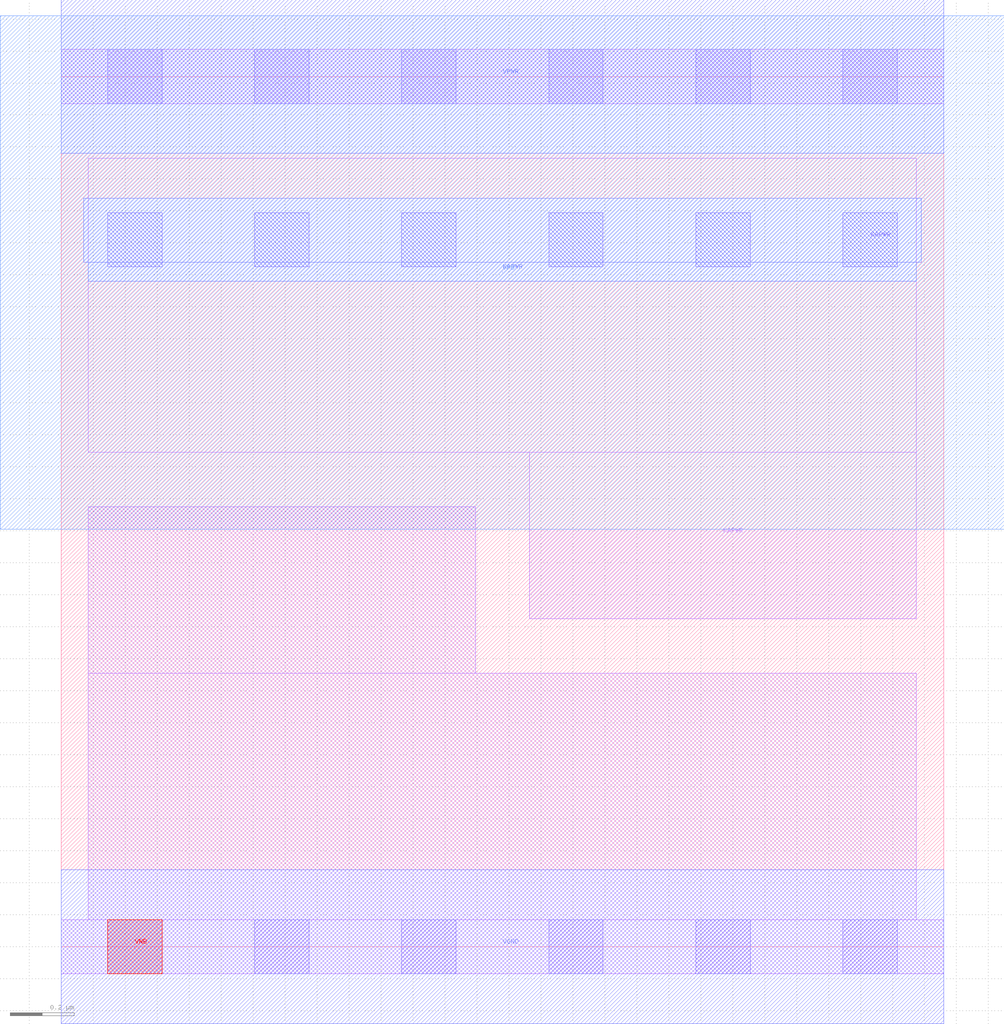
<source format=lef>
# Copyright 2020 The SkyWater PDK Authors
#
# Licensed under the Apache License, Version 2.0 (the "License");
# you may not use this file except in compliance with the License.
# You may obtain a copy of the License at
#
#     https://www.apache.org/licenses/LICENSE-2.0
#
# Unless required by applicable law or agreed to in writing, software
# distributed under the License is distributed on an "AS IS" BASIS,
# WITHOUT WARRANTIES OR CONDITIONS OF ANY KIND, either express or implied.
# See the License for the specific language governing permissions and
# limitations under the License.
#
# SPDX-License-Identifier: Apache-2.0

VERSION 5.7 ;
  NOWIREEXTENSIONATPIN ON ;
  DIVIDERCHAR "/" ;
  BUSBITCHARS "[]" ;
MACRO sky130_fd_sc_hd__lpflow_decapkapwr_6
  CLASS CORE ;
  FOREIGN sky130_fd_sc_hd__lpflow_decapkapwr_6 ;
  ORIGIN  0.000000  0.000000 ;
  SIZE  2.760000 BY  2.720000 ;
  SYMMETRY X Y R90 ;
  SITE unithd ;
  PIN KAPWR
    DIRECTION INOUT ;
    SHAPE ABUTMENT ;
    USE POWER ;
    PORT
      LAYER li1 ;
        RECT 0.085000 1.545000 2.675000 2.465000 ;
        RECT 1.465000 1.025000 2.675000 1.545000 ;
      LAYER mcon ;
        RECT 0.145000 2.125000 0.315000 2.295000 ;
        RECT 0.605000 2.125000 0.775000 2.295000 ;
        RECT 1.065000 2.125000 1.235000 2.295000 ;
        RECT 1.525000 2.125000 1.695000 2.295000 ;
        RECT 1.985000 2.125000 2.155000 2.295000 ;
        RECT 2.445000 2.125000 2.615000 2.295000 ;
    END
    PORT
      LAYER met1 ;
        RECT 0.070000 2.140000 2.690000 2.340000 ;
        RECT 0.085000 2.080000 2.675000 2.140000 ;
    END
  END KAPWR
  PIN VGND
    DIRECTION INOUT ;
    SHAPE ABUTMENT ;
    USE GROUND ;
    PORT
      LAYER met1 ;
        RECT 0.000000 -0.240000 2.760000 0.240000 ;
    END
  END VGND
  PIN VNB
    DIRECTION INOUT ;
    USE GROUND ;
    PORT
      LAYER pwell ;
        RECT 0.145000 -0.085000 0.315000 0.085000 ;
    END
  END VNB
  PIN VPB
    DIRECTION INOUT ;
    USE POWER ;
    PORT
      LAYER nwell ;
        RECT -0.190000 1.305000 2.950000 2.910000 ;
    END
  END VPB
  PIN VPWR
    DIRECTION INOUT ;
    SHAPE ABUTMENT ;
    USE POWER ;
    PORT
      LAYER met1 ;
        RECT 0.000000 2.480000 2.760000 2.960000 ;
    END
  END VPWR
  OBS
    LAYER li1 ;
      RECT 0.000000 -0.085000 2.760000 0.085000 ;
      RECT 0.000000  2.635000 2.760000 2.805000 ;
      RECT 0.085000  0.085000 2.675000 0.855000 ;
      RECT 0.085000  0.855000 1.295000 1.375000 ;
    LAYER mcon ;
      RECT 0.145000 -0.085000 0.315000 0.085000 ;
      RECT 0.145000  2.635000 0.315000 2.805000 ;
      RECT 0.605000 -0.085000 0.775000 0.085000 ;
      RECT 0.605000  2.635000 0.775000 2.805000 ;
      RECT 1.065000 -0.085000 1.235000 0.085000 ;
      RECT 1.065000  2.635000 1.235000 2.805000 ;
      RECT 1.525000 -0.085000 1.695000 0.085000 ;
      RECT 1.525000  2.635000 1.695000 2.805000 ;
      RECT 1.985000 -0.085000 2.155000 0.085000 ;
      RECT 1.985000  2.635000 2.155000 2.805000 ;
      RECT 2.445000 -0.085000 2.615000 0.085000 ;
      RECT 2.445000  2.635000 2.615000 2.805000 ;
  END
END sky130_fd_sc_hd__lpflow_decapkapwr_6
END LIBRARY

</source>
